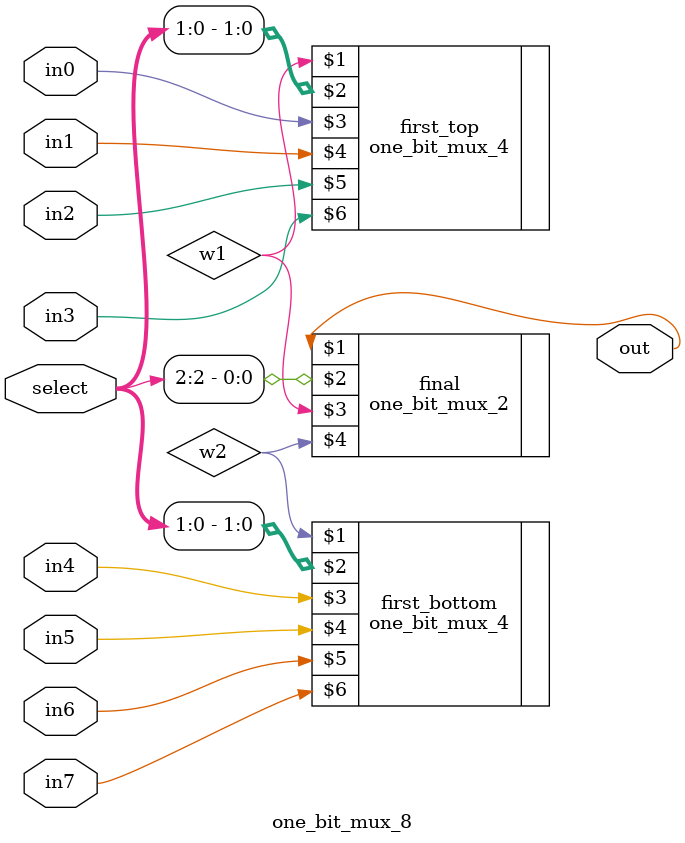
<source format=v>
module one_bit_mux_8(out, select, in0, in1, in2, in3, in4, in5, in6, in7);
    input [2:0] select;
    input in0, in1, in2, in3, in4, in5, in6, in7;
    output out;
    wire w1, w2;

    one_bit_mux_4 first_top(w1, select[1:0], in0, in1, in2, in3);
    one_bit_mux_4 first_bottom(w2, select[1:0], in4, in5, in6, in7);
    one_bit_mux_2 final(out, select[2], w1, w2);
endmodule
</source>
